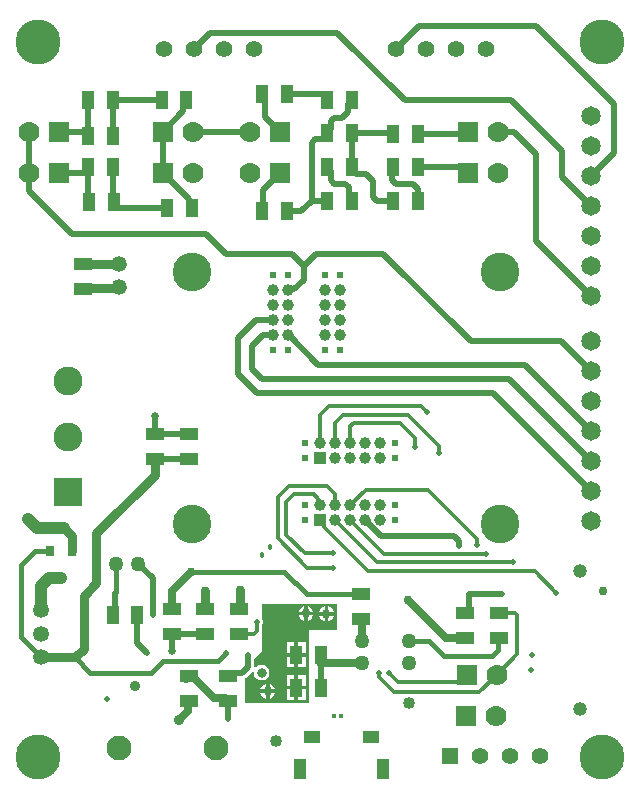
<source format=gbl>
G04*
G04 #@! TF.GenerationSoftware,Altium Limited,Altium Designer,23.0.1 (38)*
G04*
G04 Layer_Physical_Order=4*
G04 Layer_Color=16711680*
%FSLAX25Y25*%
%MOIN*%
G70*
G04*
G04 #@! TF.SameCoordinates,E0BBA437-4333-49BD-AE1E-3590298AE75E*
G04*
G04*
G04 #@! TF.FilePolarity,Positive*
G04*
G01*
G75*
%ADD13C,0.01000*%
%ADD14C,0.02000*%
%ADD19R,0.02756X0.03543*%
%ADD24R,0.04331X0.06299*%
%ADD26R,0.06299X0.04331*%
%ADD46C,0.05000*%
%ADD53C,0.05200*%
%ADD54C,0.05300*%
%ADD55R,0.05500X0.05500*%
%ADD56C,0.05500*%
%ADD61C,0.02500*%
%ADD62C,0.01200*%
%ADD63C,0.03000*%
%ADD64C,0.01500*%
%ADD65C,0.04000*%
%ADD66C,0.04685*%
%ADD67C,0.12874*%
%ADD68C,0.02441*%
%ADD69C,0.03937*%
%ADD70R,0.03937X0.03937*%
%ADD71C,0.06496*%
%ADD72C,0.07000*%
%ADD73R,0.07000X0.07000*%
%ADD74C,0.08268*%
%ADD75C,0.15000*%
%ADD76R,0.09646X0.09646*%
%ADD77C,0.09646*%
%ADD78R,0.04331X0.07087*%
%ADD79R,0.05512X0.03937*%
%ADD80C,0.03500*%
%ADD81C,0.02000*%
%ADD82C,0.03000*%
%ADD83C,0.04000*%
%ADD84C,0.01800*%
%ADD85C,0.01600*%
%ADD86C,0.02500*%
%ADD87C,0.03200*%
G36*
X110800Y53300D02*
X101200D01*
Y29100D01*
X80000D01*
Y37268D01*
X80374Y37517D01*
X82401Y39544D01*
X82900Y39343D01*
Y38858D01*
X83077Y38196D01*
X83420Y37604D01*
X83904Y37119D01*
X84496Y36777D01*
X85158Y36600D01*
X85842D01*
X86504Y36777D01*
X87096Y37119D01*
X87581Y37604D01*
X87923Y38196D01*
X88100Y38858D01*
Y39542D01*
X87923Y40204D01*
X87581Y40796D01*
X87096Y41280D01*
X86504Y41623D01*
X85842Y41800D01*
X85158D01*
X84496Y41623D01*
X83904Y41280D01*
X83624Y41001D01*
X83369Y41067D01*
X83139Y41223D01*
Y43639D01*
X85600Y46100D01*
Y52942D01*
X85631Y53100D01*
Y54903D01*
X85695Y54967D01*
X86000Y55702D01*
Y56498D01*
X85695Y57233D01*
X85600Y57328D01*
Y62200D01*
X110800D01*
Y53300D01*
D02*
G37*
%LPC*%
G36*
X100891Y61348D02*
Y59491D01*
X102749D01*
X102411Y60307D01*
X101707Y61010D01*
X100891Y61348D01*
D02*
G37*
G36*
X99691D02*
X98875Y61010D01*
X98172Y60307D01*
X97834Y59491D01*
X99691D01*
Y61348D01*
D02*
G37*
G36*
X107691Y61248D02*
Y59391D01*
X109549D01*
X109211Y60207D01*
X108507Y60910D01*
X107691Y61248D01*
D02*
G37*
G36*
X106491D02*
X105675Y60910D01*
X104972Y60207D01*
X104634Y59391D01*
X106491D01*
Y61248D01*
D02*
G37*
G36*
X102749Y58291D02*
X100891D01*
Y56433D01*
X101707Y56771D01*
X102411Y57474D01*
X102749Y58291D01*
D02*
G37*
G36*
X99691D02*
X97834D01*
X98172Y57474D01*
X98875Y56771D01*
X99691Y56433D01*
Y58291D01*
D02*
G37*
G36*
X109549Y58191D02*
X107691D01*
Y56333D01*
X108507Y56671D01*
X109211Y57375D01*
X109549Y58191D01*
D02*
G37*
G36*
X106491D02*
X104634D01*
X104972Y57375D01*
X105675Y56671D01*
X106491Y56333D01*
Y58191D01*
D02*
G37*
G36*
X100200Y49249D02*
X97635D01*
Y45700D01*
X100200D01*
Y49249D01*
D02*
G37*
G36*
X96435D02*
X93869D01*
Y45700D01*
X96435D01*
Y49249D01*
D02*
G37*
G36*
X100200Y44500D02*
X97635D01*
Y40950D01*
X100200D01*
Y44500D01*
D02*
G37*
G36*
X96435D02*
X93869D01*
Y40950D01*
X96435D01*
Y44500D01*
D02*
G37*
G36*
X100200Y38350D02*
X97635D01*
Y34800D01*
X100200D01*
Y38350D01*
D02*
G37*
G36*
X96435D02*
X93869D01*
Y34800D01*
X96435D01*
Y38350D01*
D02*
G37*
G36*
X88200Y35458D02*
Y33600D01*
X90057D01*
X89719Y34416D01*
X89016Y35119D01*
X88200Y35458D01*
D02*
G37*
G36*
X87000D02*
X86184Y35119D01*
X85481Y34416D01*
X85143Y33600D01*
X87000D01*
Y35458D01*
D02*
G37*
G36*
X90057Y32400D02*
X88200D01*
Y30542D01*
X89016Y30881D01*
X89719Y31584D01*
X90057Y32400D01*
D02*
G37*
G36*
X87000D02*
X85143D01*
X85481Y31584D01*
X86184Y30881D01*
X87000Y30542D01*
Y32400D01*
D02*
G37*
G36*
X100200Y33600D02*
X97635D01*
Y30050D01*
X100200D01*
Y33600D01*
D02*
G37*
G36*
X96435D02*
X93869D01*
Y30050D01*
X96435D01*
Y33600D01*
D02*
G37*
%LPD*%
D13*
X66303Y60531D02*
X66500Y60334D01*
X66400Y51966D02*
X66500Y52066D01*
X118766Y65200D02*
X118800Y65234D01*
D14*
X73500Y178800D02*
X95500D01*
X66900Y185400D02*
X73500Y178800D01*
X22300Y185400D02*
X66900D01*
X7900Y199800D02*
X22300Y185400D01*
X7900Y199800D02*
Y205700D01*
X61168Y194081D02*
X62334Y192916D01*
X52300Y205700D02*
X52500Y205900D01*
Y205700D02*
X61168Y197031D01*
Y194081D02*
Y197031D01*
X86762Y224338D02*
X91600Y219500D01*
X86762Y224338D02*
Y230804D01*
X85878Y199978D02*
X91600Y205700D01*
X85878Y193212D02*
Y199978D01*
X95500Y178800D02*
X99600Y174700D01*
X103700Y178800D01*
X99600Y170100D02*
Y174700D01*
X103700Y178800D02*
X126100D01*
X7900Y205700D02*
X8000Y205800D01*
Y219400D01*
X8100Y219500D01*
X152200Y207700D02*
X154200Y205700D01*
X137534Y207700D02*
X152200D01*
X128900Y203400D02*
Y207334D01*
X129266Y207700D01*
X128900Y203400D02*
X130400Y201900D01*
X136100D01*
X137600Y200400D01*
Y196433D02*
X137634Y196400D01*
X137600Y196433D02*
Y200400D01*
X124000Y196400D02*
X129366D01*
X122700Y197700D02*
X124000Y196400D01*
X122700Y197700D02*
Y203200D01*
X120349Y205551D02*
X122700Y203200D01*
X116899Y205551D02*
X120349D01*
X110800Y252500D02*
X133200Y230100D01*
X68300Y252500D02*
X110800D01*
X62900Y247100D02*
X68300Y252500D01*
X137534Y218800D02*
X153500D01*
X154200Y219500D01*
X164200D02*
X169500D01*
X177000Y183000D02*
Y212000D01*
X169500Y219500D02*
X177000Y212000D01*
X62500Y219500D02*
X81600D01*
X133200Y230100D02*
X168600D01*
X185600Y213100D01*
Y204400D02*
Y213100D01*
Y204400D02*
X195300Y194700D01*
X177000Y183000D02*
X195300Y164700D01*
X126100Y178800D02*
X155200Y149700D01*
X96471Y166971D02*
X99600Y170100D01*
X94300Y166600D02*
X94671Y166971D01*
X96471D01*
X155200Y149700D02*
X185400D01*
X195300Y139800D01*
X83900Y132500D02*
X162600D01*
X77700Y138700D02*
Y150800D01*
Y138700D02*
X83900Y132500D01*
X77700Y150800D02*
X83500Y156600D01*
X82400Y140400D02*
Y147900D01*
X86100Y151600D02*
X89300D01*
X82400Y147900D02*
X86100Y151600D01*
X83500Y156600D02*
X89300D01*
X149629Y84600D02*
X151200Y83029D01*
X125300Y84600D02*
X149629D01*
X151200Y81300D02*
Y83029D01*
X154800Y60199D02*
Y65500D01*
X153300Y59034D02*
X153635D01*
X154800Y60199D01*
Y65500D02*
X154900Y65400D01*
X165500D01*
X120000Y89900D02*
X125300Y84600D01*
X105302Y34200D02*
Y45100D01*
X44134Y49066D02*
X47400Y45800D01*
X44134Y49066D02*
Y58300D01*
X49900Y110466D02*
X61200D01*
X49300Y58400D02*
Y70582D01*
X44400Y75482D02*
X49300Y70582D01*
X55500Y46500D02*
X55500Y46500D01*
Y52066D01*
X66500D01*
X35866Y58300D02*
X36800Y59234D01*
Y65600D01*
X75226Y38959D02*
X78932D01*
X81100Y41127D01*
Y45200D01*
X74300Y38034D02*
X75226Y38959D01*
X49900Y118734D02*
Y124800D01*
Y118734D02*
X61200D01*
X53866Y194100D02*
X54066Y193900D01*
X136586Y114386D02*
Y114412D01*
X104032Y109832D02*
X105000Y110800D01*
X52500Y205900D02*
Y219500D01*
Y205700D02*
Y205900D01*
X163665Y50766D02*
X164500D01*
X162500Y49601D02*
X163665Y50766D01*
X162600Y132500D02*
X195300Y99800D01*
X82400Y140400D02*
X85600Y137200D01*
X167900D01*
X195300Y109800D01*
X94497Y151600D02*
X104297Y141800D01*
X173300D02*
X195300Y119800D01*
X104297Y141800D02*
X173300D01*
X94300Y151600D02*
X94497D01*
X81600Y204347D02*
Y205700D01*
X85566Y192900D02*
X85878Y193212D01*
X150400Y247100D02*
X150666Y246834D01*
X112366Y224100D02*
X114469Y226202D01*
X108531Y220265D02*
Y222928D01*
X107366Y219100D02*
X108531Y220265D01*
X109703Y224100D02*
X112366D01*
X114469Y226202D02*
Y228735D01*
X108531Y222928D02*
X109703Y224100D01*
X107366Y218165D02*
Y219100D01*
X114469Y228735D02*
X115634Y229900D01*
X137900Y254600D02*
X177100D01*
X203000Y228700D01*
X130400Y247100D02*
X137900Y254600D01*
X203000Y212400D02*
Y228700D01*
X195300Y204700D02*
X203000Y212400D01*
X115734Y206716D02*
X116899Y205551D01*
X115734Y206716D02*
Y207700D01*
X128966Y219100D02*
X129266Y218800D01*
X115634Y219100D02*
X128966D01*
X115684Y207750D02*
Y219050D01*
Y207750D02*
X115734Y207700D01*
X115634Y219100D02*
X115684Y219050D01*
X103472Y217000D02*
X106201D01*
X102300Y215828D02*
X103472Y217000D01*
X106201D02*
X107366Y218165D01*
X102300Y196500D02*
Y215828D01*
X106201Y231900D02*
X107366Y230735D01*
Y229900D02*
Y230735D01*
X93934Y231900D02*
X106201D01*
X114600Y197634D02*
Y200928D01*
X109803Y202100D02*
X113428D01*
X108632Y203272D02*
X109803Y202100D01*
X113428D02*
X114600Y200928D01*
X108632Y203272D02*
Y206535D01*
X114600Y197634D02*
X115734Y196500D01*
X107466Y207700D02*
X108632Y206535D01*
X98700Y192900D02*
X102300Y196500D01*
X107466D01*
X93834Y192900D02*
X98700D01*
X85666Y231900D02*
X86762Y230804D01*
X37399Y193900D02*
X54066D01*
X36234Y195065D02*
Y196000D01*
Y195065D02*
X37399Y193900D01*
X52500Y219500D02*
X59268Y226269D01*
Y229035D02*
X60434Y230200D01*
X59268Y226269D02*
Y229035D01*
X36034Y230000D02*
X51966D01*
X52166Y230200D01*
X51750Y228800D02*
X52166Y229216D01*
Y230200D01*
X27816Y196150D02*
Y206300D01*
X17900Y204800D02*
X18450Y205350D01*
X27216Y205700D02*
X27816Y206300D01*
X17900Y205700D02*
X27216D01*
X27766Y218335D02*
Y230000D01*
X26601Y219500D02*
X27766Y218335D01*
X18100Y219500D02*
X26601D01*
X27766Y218200D02*
Y218335D01*
X36034Y218200D02*
X36734Y217500D01*
X35934Y207600D02*
X36084Y207450D01*
Y196150D02*
Y207450D01*
X36034Y218200D02*
Y230000D01*
X36084Y196150D02*
X36234Y196000D01*
X9550Y219450D02*
X9600Y219400D01*
X74300Y23900D02*
Y29766D01*
Y23900D02*
X74400Y23800D01*
D19*
X14960Y79628D02*
D03*
X22440D02*
D03*
X18700Y70572D02*
D03*
D24*
X105302Y34200D02*
D03*
X97035D02*
D03*
X54066Y193900D02*
D03*
X62334D02*
D03*
X52166Y230200D02*
D03*
X60434D02*
D03*
X36034Y230000D02*
D03*
X27766D02*
D03*
X27666Y207600D02*
D03*
X35934D02*
D03*
X27766Y218200D02*
D03*
X36034D02*
D03*
X36234Y196000D02*
D03*
X27966D02*
D03*
X107466Y196500D02*
D03*
X115734D02*
D03*
Y207700D02*
D03*
X107466D02*
D03*
X107366Y219100D02*
D03*
X115634D02*
D03*
Y229900D02*
D03*
X107366D02*
D03*
X137534Y207700D02*
D03*
X129266D02*
D03*
X129366Y196400D02*
D03*
X137634D02*
D03*
X129266Y218800D02*
D03*
X137534D02*
D03*
X93834Y192900D02*
D03*
X85566D02*
D03*
X85666Y231900D02*
D03*
X93934D02*
D03*
X97035Y45100D02*
D03*
X105302D02*
D03*
X44134Y58300D02*
D03*
X35866D02*
D03*
D26*
X77900Y60334D02*
D03*
Y52066D02*
D03*
X55500Y60334D02*
D03*
Y52066D02*
D03*
X118800Y56966D02*
D03*
Y65234D02*
D03*
X49900Y118734D02*
D03*
Y110466D02*
D03*
X61200D02*
D03*
Y118734D02*
D03*
X25900Y167066D02*
D03*
Y175334D02*
D03*
X66500Y52066D02*
D03*
Y60334D02*
D03*
X74300Y38034D02*
D03*
Y29766D02*
D03*
X61300Y38034D02*
D03*
Y29766D02*
D03*
X164500Y59034D02*
D03*
Y50766D02*
D03*
X153300D02*
D03*
Y59034D02*
D03*
D46*
X44400Y75482D02*
D03*
X37000D02*
D03*
X134800Y49700D02*
D03*
Y42300D02*
D03*
X118900D02*
D03*
Y49700D02*
D03*
D53*
X38100Y175474D02*
D03*
Y167600D02*
D03*
D54*
X12000Y44226D02*
D03*
Y52100D02*
D03*
Y59974D02*
D03*
D55*
X148300Y11400D02*
D03*
D56*
X82900Y247100D02*
D03*
X72900D02*
D03*
X62900D02*
D03*
X52900D02*
D03*
X158300Y11400D02*
D03*
X168300D02*
D03*
X178300D02*
D03*
X130400Y247100D02*
D03*
X140400D02*
D03*
X150400D02*
D03*
X160400D02*
D03*
D61*
X61097Y29564D02*
X61300Y29766D01*
X61097Y26300D02*
Y29564D01*
X58140Y23342D02*
X61097Y26300D01*
X57869Y23342D02*
X58140D01*
X57840Y23372D02*
X57869Y23342D01*
X61300Y29766D02*
X61346Y29720D01*
X73385Y30681D02*
X74300Y29766D01*
X61300Y38034D02*
X62284D01*
X69636Y30681D01*
X73385D01*
X146995Y50766D02*
X153300D01*
X134300Y63462D02*
X146995Y50766D01*
X105384Y42250D02*
X118850D01*
X118900Y42300D01*
X105334Y42200D02*
X105384Y42250D01*
X55804Y66504D02*
X62000Y72700D01*
X55804Y60638D02*
Y66504D01*
X55500Y60334D02*
X55804Y60638D01*
X118850Y49750D02*
Y56916D01*
Y49750D02*
X118900Y49700D01*
X118800Y56966D02*
X118850Y56916D01*
X60384Y37119D02*
X61300Y38034D01*
D62*
X126200Y78700D02*
X160300D01*
X115000Y89900D02*
X126200Y78700D01*
X124000Y75900D02*
X169400D01*
X110000Y89900D02*
X124000Y75900D01*
X140900Y100200D02*
X157400Y83700D01*
Y81800D02*
Y83700D01*
X120300Y100200D02*
X140900D01*
X169997Y59034D02*
X170700Y58331D01*
X164500Y59034D02*
X169997D01*
X170700Y45300D02*
Y58331D01*
X163900Y38500D02*
X170700Y45300D01*
X176500Y72900D02*
X183700Y65700D01*
X121100Y72900D02*
X176500D01*
X106369Y87631D02*
X121100Y72900D01*
X105000Y89900D02*
X106369Y88532D01*
Y87631D02*
Y88532D01*
X140640Y126200D02*
X140800D01*
X138740Y128100D02*
X140640Y126200D01*
X107900Y128100D02*
X138740D01*
X112600Y125000D02*
X134400D01*
X144700Y114700D01*
Y112400D02*
Y114700D01*
X116172Y122400D02*
X131700D01*
X136586Y114386D02*
Y117514D01*
X131700Y122400D02*
X136586Y117514D01*
X105000Y125200D02*
X107900Y128100D01*
X110000Y122400D02*
X112600Y125000D01*
X93700Y85200D02*
X99900Y79000D01*
X109400D01*
X96400Y98800D02*
X102900D01*
X104476Y95424D02*
Y97224D01*
X102900Y98800D02*
X104476Y97224D01*
X93700Y96100D02*
X96400Y98800D01*
X93700Y85200D02*
Y96100D01*
X104476Y95424D02*
X105000Y94900D01*
X90900Y84100D02*
Y97700D01*
Y84100D02*
X100800Y74200D01*
X109400D01*
X94600Y101400D02*
X107200D01*
X90900Y97700D02*
X94600Y101400D01*
X110000Y94900D02*
Y98600D01*
X107200Y101400D02*
X110000Y98600D01*
X151500Y36100D02*
X153900Y38500D01*
X128100Y38900D02*
X130900Y36100D01*
X151500D01*
X124697Y37632D02*
X129629Y32700D01*
X158100D02*
X163900Y38500D01*
X129629Y32700D02*
X158100D01*
X124697Y37632D02*
Y38900D01*
X84000Y53100D02*
Y56100D01*
X82966Y52066D02*
X84000Y53100D01*
X77900Y52066D02*
X82966D01*
X115000Y115800D02*
Y121228D01*
X116172Y122400D01*
X110000Y115800D02*
Y122400D01*
X105000Y115800D02*
Y125200D01*
X115000Y94900D02*
X120300Y100200D01*
D63*
X22440Y79628D02*
Y84560D01*
X19600Y87400D02*
X22440Y84560D01*
X27630Y175404D02*
X38030D01*
X30300Y85600D02*
X49900Y105200D01*
Y110466D01*
X30300Y68900D02*
Y85600D01*
X26200Y64800D02*
X30300Y68900D01*
X26200Y47200D02*
Y64800D01*
X23226Y44226D02*
X26200Y47200D01*
X12000Y44226D02*
X23226D01*
X66817Y60650D02*
Y66483D01*
X66500Y60334D02*
X66817Y60650D01*
X77900Y60334D02*
X78217Y60650D01*
Y66583D01*
X26167Y167333D02*
X37833D01*
D64*
X134800Y49700D02*
X141200D01*
X146200Y44700D02*
X162400D01*
X141200Y49700D02*
X146200Y44700D01*
X162400D02*
X164400Y46700D01*
Y50666D01*
X164500Y50766D01*
X93100Y72700D02*
X100566Y65234D01*
X62000Y72700D02*
X93100D01*
X100566Y65234D02*
X118800D01*
X23226Y44226D02*
X28252Y39200D01*
X48800D01*
X5200Y75000D02*
X9828Y79628D01*
X14960D01*
X5200Y51026D02*
Y75000D01*
Y51026D02*
X12000Y44226D01*
X36800Y65735D02*
X37000Y65935D01*
Y75482D01*
X36800Y65600D02*
Y65735D01*
X52500Y42900D02*
X70900D01*
X48800Y39200D02*
X52500Y42900D01*
X70900D02*
X73800Y45800D01*
D65*
X14501Y70572D02*
X18700D01*
X10600Y87400D02*
X19600D01*
X7700Y90300D02*
X10600Y87400D01*
X12000Y59974D02*
Y68072D01*
X14501Y70572D01*
D66*
X191700Y73200D02*
D03*
Y27000D02*
D03*
D67*
X62200Y172700D02*
D03*
X164900D02*
D03*
X62200Y88800D02*
D03*
X164900D02*
D03*
D68*
X106500Y171600D02*
D03*
X111500D02*
D03*
X106500Y146600D02*
D03*
X111500D02*
D03*
X89300Y171600D02*
D03*
X94300D02*
D03*
X89300Y146600D02*
D03*
X94300D02*
D03*
X100000Y89900D02*
D03*
Y94900D02*
D03*
X130000Y89900D02*
D03*
Y94900D02*
D03*
X100000Y110800D02*
D03*
Y115800D02*
D03*
X130000Y110800D02*
D03*
Y115800D02*
D03*
D69*
X106500Y166600D02*
D03*
X111500D02*
D03*
X106500Y161600D02*
D03*
X111500D02*
D03*
X106500Y156600D02*
D03*
X111500D02*
D03*
X106500Y151600D02*
D03*
X111500D02*
D03*
X89300Y166600D02*
D03*
X94300D02*
D03*
X89300Y161600D02*
D03*
X94300D02*
D03*
X89300Y156600D02*
D03*
X94300D02*
D03*
X89300Y151600D02*
D03*
X94300D02*
D03*
X125000Y94900D02*
D03*
Y89900D02*
D03*
X120000Y94900D02*
D03*
Y89900D02*
D03*
X115000Y94900D02*
D03*
Y89900D02*
D03*
X110000Y94900D02*
D03*
Y89900D02*
D03*
X105000Y94900D02*
D03*
X125000Y115800D02*
D03*
Y110800D02*
D03*
X120000Y115800D02*
D03*
Y110800D02*
D03*
X115000Y115800D02*
D03*
Y110800D02*
D03*
X110000Y115800D02*
D03*
Y110800D02*
D03*
X105000Y115800D02*
D03*
D70*
Y89900D02*
D03*
Y110800D02*
D03*
D71*
X195300Y224700D02*
D03*
Y214700D02*
D03*
Y204700D02*
D03*
Y194700D02*
D03*
Y184700D02*
D03*
Y174700D02*
D03*
Y164700D02*
D03*
Y149800D02*
D03*
Y139800D02*
D03*
Y129800D02*
D03*
Y119800D02*
D03*
Y109800D02*
D03*
Y99800D02*
D03*
Y89800D02*
D03*
D72*
X163800Y24600D02*
D03*
X81600Y219500D02*
D03*
Y205700D02*
D03*
X62500D02*
D03*
X7900D02*
D03*
X164200Y219500D02*
D03*
Y205700D02*
D03*
X163900Y38500D02*
D03*
X8100Y219500D02*
D03*
X62500D02*
D03*
D73*
X153800Y24600D02*
D03*
X91600Y219500D02*
D03*
Y205700D02*
D03*
X52500D02*
D03*
X17900D02*
D03*
X154200Y219500D02*
D03*
Y205700D02*
D03*
X153900Y38500D02*
D03*
X18100Y219500D02*
D03*
X52500D02*
D03*
D74*
X70200Y14200D02*
D03*
X38000D02*
D03*
D75*
X10900Y10900D02*
D03*
X199100Y249500D02*
D03*
Y10900D02*
D03*
X10900Y249500D02*
D03*
D76*
X21000Y99296D02*
D03*
D77*
Y117800D02*
D03*
Y136304D02*
D03*
D78*
X98259Y7089D02*
D03*
X125839D02*
D03*
D79*
X102216Y17719D02*
D03*
X121902D02*
D03*
D80*
X57869Y23342D02*
D03*
X43480Y34660D02*
D03*
D81*
X160300Y78700D02*
D03*
X169400Y75900D02*
D03*
X175500Y45100D02*
D03*
X175400Y40100D02*
D03*
X157400Y81800D02*
D03*
X151200Y81300D02*
D03*
X154800Y65500D02*
D03*
X165500Y65400D02*
D03*
X183700Y65700D02*
D03*
X140800Y126200D02*
D03*
X144700Y112400D02*
D03*
X109400Y79000D02*
D03*
X128100Y38900D02*
D03*
X124697D02*
D03*
X47400Y45800D02*
D03*
X73800D02*
D03*
X84000Y56100D02*
D03*
X49300Y58400D02*
D03*
X36800Y65600D02*
D03*
X33900Y30400D02*
D03*
X81100Y45200D02*
D03*
X136586Y114386D02*
D03*
X109400Y74200D02*
D03*
X74400Y23800D02*
D03*
D82*
X199206Y66514D02*
D03*
X87600Y33000D02*
D03*
X107091Y58791D02*
D03*
X62000Y72700D02*
D03*
X7700Y90300D02*
D03*
X66817Y66483D02*
D03*
X78217Y66583D02*
D03*
X100291Y58891D02*
D03*
X134300Y63462D02*
D03*
D83*
X134700Y29000D02*
D03*
X90200Y16400D02*
D03*
D84*
X88300Y81000D02*
D03*
X85813Y78387D02*
D03*
D85*
X109500Y24600D02*
D03*
X112059D02*
D03*
D86*
X55500Y46500D02*
D03*
X49900Y124800D02*
D03*
D87*
X85500Y39200D02*
D03*
M02*

</source>
